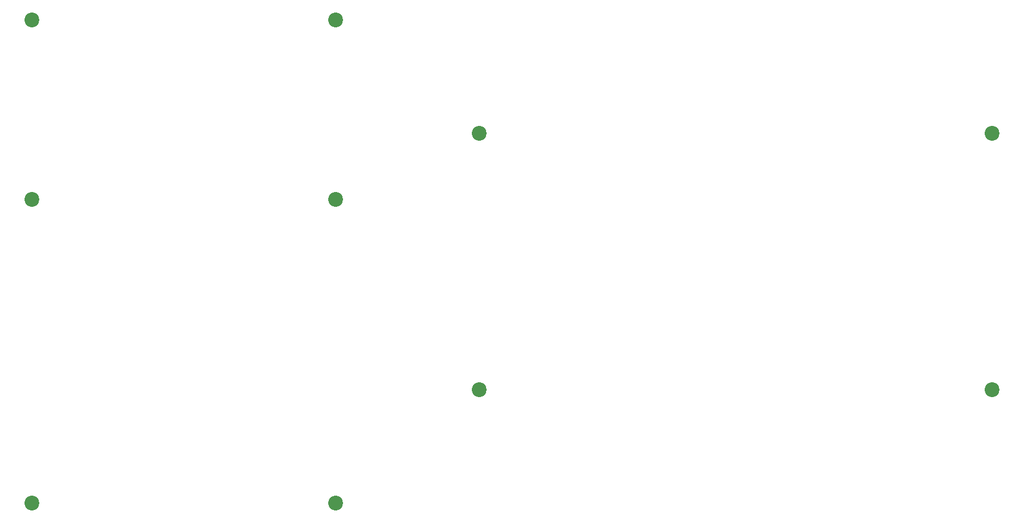
<source format=gbr>
%TF.GenerationSoftware,KiCad,Pcbnew,7.0.5*%
%TF.CreationDate,2024-08-04T00:39:55+08:00*%
%TF.ProjectId,TPS,5450532e-6b69-4636-9164-5f7063625858,rev?*%
%TF.SameCoordinates,Original*%
%TF.FileFunction,Soldermask,Bot*%
%TF.FilePolarity,Negative*%
%FSLAX46Y46*%
G04 Gerber Fmt 4.6, Leading zero omitted, Abs format (unit mm)*
G04 Created by KiCad (PCBNEW 7.0.5) date 2024-08-04 00:39:55*
%MOMM*%
%LPD*%
G01*
G04 APERTURE LIST*
%ADD10C,2.200000*%
G04 APERTURE END LIST*
D10*
%TO.C,H4*%
X183375000Y-86150000D03*
%TD*%
%TO.C,H10*%
X85775000Y-57886000D03*
%TD*%
%TO.C,H7*%
X85775000Y-31200000D03*
%TD*%
%TO.C,H1*%
X107175000Y-48050000D03*
%TD*%
%TO.C,H2*%
X107175000Y-86150000D03*
%TD*%
%TO.C,H6*%
X40661000Y-31200000D03*
%TD*%
%TO.C,H3*%
X183375000Y-48050000D03*
%TD*%
%TO.C,H9*%
X40661000Y-103000000D03*
%TD*%
%TO.C,H8*%
X40661000Y-57886000D03*
%TD*%
%TO.C,H11*%
X85775000Y-103000000D03*
%TD*%
M02*

</source>
